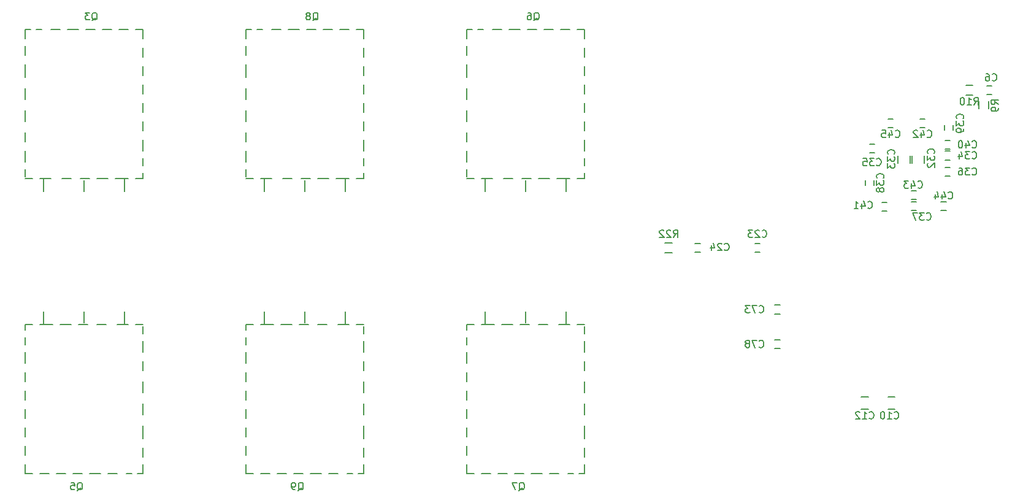
<source format=gbo>
G04 #@! TF.FileFunction,Legend,Bot*
%FSLAX46Y46*%
G04 Gerber Fmt 4.6, Leading zero omitted, Abs format (unit mm)*
G04 Created by KiCad (PCBNEW 4.0.5+dfsg1-4) date Tue Nov 14 05:57:46 2017*
%MOMM*%
%LPD*%
G01*
G04 APERTURE LIST*
%ADD10C,0.100000*%
%ADD11C,0.150000*%
G04 APERTURE END LIST*
D10*
D11*
X181650000Y-47350000D02*
X182350000Y-47350000D01*
X182350000Y-46150000D02*
X181650000Y-46150000D01*
X150350000Y-67900000D02*
X149650000Y-67900000D01*
X149650000Y-69100000D02*
X150350000Y-69100000D01*
X141400000Y-69100000D02*
X142100000Y-69100000D01*
X142100000Y-67900000D02*
X141400000Y-67900000D01*
X164900000Y-59150000D02*
X164900000Y-59850000D01*
X166100000Y-59850000D02*
X166100000Y-59150000D01*
X175800000Y-51550000D02*
X175800000Y-52250000D01*
X177000000Y-52250000D02*
X177000000Y-51550000D01*
X176600000Y-53650000D02*
X175900000Y-53650000D01*
X175900000Y-54850000D02*
X176600000Y-54850000D01*
X167850000Y-62200000D02*
X167150000Y-62200000D01*
X167150000Y-63400000D02*
X167850000Y-63400000D01*
X172450000Y-51900000D02*
X173150000Y-51900000D01*
X173150000Y-50700000D02*
X172450000Y-50700000D01*
X171950000Y-60600000D02*
X171250000Y-60600000D01*
X171250000Y-61800000D02*
X171950000Y-61800000D01*
X176050000Y-62100000D02*
X175350000Y-62100000D01*
X175350000Y-63300000D02*
X176050000Y-63300000D01*
X168050000Y-51900000D02*
X168750000Y-51900000D01*
X168750000Y-50700000D02*
X168050000Y-50700000D01*
X180575000Y-48250000D02*
X180575000Y-49250000D01*
X181925000Y-49250000D02*
X181925000Y-48250000D01*
X178750000Y-47425000D02*
X179750000Y-47425000D01*
X179750000Y-46075000D02*
X178750000Y-46075000D01*
X137250000Y-69175000D02*
X138250000Y-69175000D01*
X138250000Y-67825000D02*
X137250000Y-67825000D01*
X176600000Y-55150000D02*
X175900000Y-55150000D01*
X175900000Y-56350000D02*
X176600000Y-56350000D01*
X165450000Y-55400000D02*
X166150000Y-55400000D01*
X166150000Y-54200000D02*
X165450000Y-54200000D01*
X176600000Y-57400000D02*
X175900000Y-57400000D01*
X175900000Y-58600000D02*
X176600000Y-58600000D01*
X171950000Y-62100000D02*
X171250000Y-62100000D01*
X171250000Y-63300000D02*
X171950000Y-63300000D01*
X153100000Y-76400000D02*
X152400000Y-76400000D01*
X152400000Y-77600000D02*
X153100000Y-77600000D01*
X153100000Y-81150000D02*
X152400000Y-81150000D01*
X152400000Y-82350000D02*
X153100000Y-82350000D01*
X165300000Y-90750000D02*
X164300000Y-90750000D01*
X164300000Y-89050000D02*
X165300000Y-89050000D01*
X173050000Y-55800000D02*
X173050000Y-56800000D01*
X171350000Y-56800000D02*
X171350000Y-55800000D01*
X171050000Y-55800000D02*
X171050000Y-56800000D01*
X169350000Y-56800000D02*
X169350000Y-55800000D01*
X168000000Y-89050000D02*
X169000000Y-89050000D01*
X169000000Y-90750000D02*
X168000000Y-90750000D01*
X93088000Y-60698000D02*
X93088000Y-58920000D01*
X81912000Y-60698000D02*
X81912000Y-58920000D01*
X87500000Y-60698000D02*
X87500000Y-59174000D01*
X95628000Y-58158000D02*
X95628000Y-58920000D01*
X95628000Y-56126000D02*
X95628000Y-57142000D01*
X95628000Y-57142000D02*
X95628000Y-56888000D01*
X95628000Y-53586000D02*
X95628000Y-54856000D01*
X95628000Y-54856000D02*
X95628000Y-55110000D01*
X95628000Y-51046000D02*
X95628000Y-52316000D01*
X95628000Y-48506000D02*
X95628000Y-49776000D01*
X95628000Y-45966000D02*
X95628000Y-47236000D01*
X95628000Y-43426000D02*
X95628000Y-44696000D01*
X95628000Y-40886000D02*
X95628000Y-42156000D01*
X95628000Y-38346000D02*
X95628000Y-39616000D01*
X79372000Y-57650000D02*
X79372000Y-58666000D01*
X79372000Y-55110000D02*
X79372000Y-56380000D01*
X79372000Y-56380000D02*
X79372000Y-56634000D01*
X79372000Y-52570000D02*
X79372000Y-53840000D01*
X79372000Y-49522000D02*
X79372000Y-51046000D01*
X79372000Y-46474000D02*
X79372000Y-47998000D01*
X79372000Y-43172000D02*
X79372000Y-44950000D01*
X79372000Y-40632000D02*
X79372000Y-41902000D01*
X79372000Y-38346000D02*
X79372000Y-39362000D01*
X79372000Y-39362000D02*
X79372000Y-39616000D01*
X80134000Y-38346000D02*
X79372000Y-38346000D01*
X81658000Y-38346000D02*
X80896000Y-38346000D01*
X84198000Y-38346000D02*
X82928000Y-38346000D01*
X86738000Y-38346000D02*
X85214000Y-38346000D01*
X89024000Y-38346000D02*
X87754000Y-38346000D01*
X91310000Y-38346000D02*
X90040000Y-38346000D01*
X93596000Y-38346000D02*
X92326000Y-38346000D01*
X95628000Y-38346000D02*
X94612000Y-38346000D01*
X81404000Y-58920000D02*
X82928000Y-58920000D01*
X82928000Y-58920000D02*
X82674000Y-58920000D01*
X79372000Y-58920000D02*
X80134000Y-58920000D01*
X80134000Y-58920000D02*
X80388000Y-58920000D01*
X85722000Y-58920000D02*
X84452000Y-58920000D01*
X88262000Y-58920000D02*
X86992000Y-58920000D01*
X90802000Y-58920000D02*
X89278000Y-58920000D01*
X93596000Y-58920000D02*
X92326000Y-58920000D01*
X92326000Y-58920000D02*
X92072000Y-58920000D01*
X92072000Y-58920000D02*
X91818000Y-58920000D01*
X95628000Y-58920000D02*
X94866000Y-58920000D01*
X94866000Y-58920000D02*
X94612000Y-58920000D01*
X62588000Y-60698000D02*
X62588000Y-58920000D01*
X51412000Y-60698000D02*
X51412000Y-58920000D01*
X57000000Y-60698000D02*
X57000000Y-59174000D01*
X65128000Y-58158000D02*
X65128000Y-58920000D01*
X65128000Y-56126000D02*
X65128000Y-57142000D01*
X65128000Y-57142000D02*
X65128000Y-56888000D01*
X65128000Y-53586000D02*
X65128000Y-54856000D01*
X65128000Y-54856000D02*
X65128000Y-55110000D01*
X65128000Y-51046000D02*
X65128000Y-52316000D01*
X65128000Y-48506000D02*
X65128000Y-49776000D01*
X65128000Y-45966000D02*
X65128000Y-47236000D01*
X65128000Y-43426000D02*
X65128000Y-44696000D01*
X65128000Y-40886000D02*
X65128000Y-42156000D01*
X65128000Y-38346000D02*
X65128000Y-39616000D01*
X48872000Y-57650000D02*
X48872000Y-58666000D01*
X48872000Y-55110000D02*
X48872000Y-56380000D01*
X48872000Y-56380000D02*
X48872000Y-56634000D01*
X48872000Y-52570000D02*
X48872000Y-53840000D01*
X48872000Y-49522000D02*
X48872000Y-51046000D01*
X48872000Y-46474000D02*
X48872000Y-47998000D01*
X48872000Y-43172000D02*
X48872000Y-44950000D01*
X48872000Y-40632000D02*
X48872000Y-41902000D01*
X48872000Y-38346000D02*
X48872000Y-39362000D01*
X48872000Y-39362000D02*
X48872000Y-39616000D01*
X49634000Y-38346000D02*
X48872000Y-38346000D01*
X51158000Y-38346000D02*
X50396000Y-38346000D01*
X53698000Y-38346000D02*
X52428000Y-38346000D01*
X56238000Y-38346000D02*
X54714000Y-38346000D01*
X58524000Y-38346000D02*
X57254000Y-38346000D01*
X60810000Y-38346000D02*
X59540000Y-38346000D01*
X63096000Y-38346000D02*
X61826000Y-38346000D01*
X65128000Y-38346000D02*
X64112000Y-38346000D01*
X50904000Y-58920000D02*
X52428000Y-58920000D01*
X52428000Y-58920000D02*
X52174000Y-58920000D01*
X48872000Y-58920000D02*
X49634000Y-58920000D01*
X49634000Y-58920000D02*
X49888000Y-58920000D01*
X55222000Y-58920000D02*
X53952000Y-58920000D01*
X57762000Y-58920000D02*
X56492000Y-58920000D01*
X60302000Y-58920000D02*
X58778000Y-58920000D01*
X63096000Y-58920000D02*
X61826000Y-58920000D01*
X61826000Y-58920000D02*
X61572000Y-58920000D01*
X61572000Y-58920000D02*
X61318000Y-58920000D01*
X65128000Y-58920000D02*
X64366000Y-58920000D01*
X64366000Y-58920000D02*
X64112000Y-58920000D01*
X123588000Y-60698000D02*
X123588000Y-58920000D01*
X112412000Y-60698000D02*
X112412000Y-58920000D01*
X118000000Y-60698000D02*
X118000000Y-59174000D01*
X126128000Y-58158000D02*
X126128000Y-58920000D01*
X126128000Y-56126000D02*
X126128000Y-57142000D01*
X126128000Y-57142000D02*
X126128000Y-56888000D01*
X126128000Y-53586000D02*
X126128000Y-54856000D01*
X126128000Y-54856000D02*
X126128000Y-55110000D01*
X126128000Y-51046000D02*
X126128000Y-52316000D01*
X126128000Y-48506000D02*
X126128000Y-49776000D01*
X126128000Y-45966000D02*
X126128000Y-47236000D01*
X126128000Y-43426000D02*
X126128000Y-44696000D01*
X126128000Y-40886000D02*
X126128000Y-42156000D01*
X126128000Y-38346000D02*
X126128000Y-39616000D01*
X109872000Y-57650000D02*
X109872000Y-58666000D01*
X109872000Y-55110000D02*
X109872000Y-56380000D01*
X109872000Y-56380000D02*
X109872000Y-56634000D01*
X109872000Y-52570000D02*
X109872000Y-53840000D01*
X109872000Y-49522000D02*
X109872000Y-51046000D01*
X109872000Y-46474000D02*
X109872000Y-47998000D01*
X109872000Y-43172000D02*
X109872000Y-44950000D01*
X109872000Y-40632000D02*
X109872000Y-41902000D01*
X109872000Y-38346000D02*
X109872000Y-39362000D01*
X109872000Y-39362000D02*
X109872000Y-39616000D01*
X110634000Y-38346000D02*
X109872000Y-38346000D01*
X112158000Y-38346000D02*
X111396000Y-38346000D01*
X114698000Y-38346000D02*
X113428000Y-38346000D01*
X117238000Y-38346000D02*
X115714000Y-38346000D01*
X119524000Y-38346000D02*
X118254000Y-38346000D01*
X121810000Y-38346000D02*
X120540000Y-38346000D01*
X124096000Y-38346000D02*
X122826000Y-38346000D01*
X126128000Y-38346000D02*
X125112000Y-38346000D01*
X111904000Y-58920000D02*
X113428000Y-58920000D01*
X113428000Y-58920000D02*
X113174000Y-58920000D01*
X109872000Y-58920000D02*
X110634000Y-58920000D01*
X110634000Y-58920000D02*
X110888000Y-58920000D01*
X116222000Y-58920000D02*
X114952000Y-58920000D01*
X118762000Y-58920000D02*
X117492000Y-58920000D01*
X121302000Y-58920000D02*
X119778000Y-58920000D01*
X124096000Y-58920000D02*
X122826000Y-58920000D01*
X122826000Y-58920000D02*
X122572000Y-58920000D01*
X122572000Y-58920000D02*
X122318000Y-58920000D01*
X126128000Y-58920000D02*
X125366000Y-58920000D01*
X125366000Y-58920000D02*
X125112000Y-58920000D01*
X112412000Y-77302000D02*
X112412000Y-79080000D01*
X123588000Y-77302000D02*
X123588000Y-79080000D01*
X118000000Y-77302000D02*
X118000000Y-78826000D01*
X109872000Y-79842000D02*
X109872000Y-79080000D01*
X109872000Y-81874000D02*
X109872000Y-80858000D01*
X109872000Y-80858000D02*
X109872000Y-81112000D01*
X109872000Y-84414000D02*
X109872000Y-83144000D01*
X109872000Y-83144000D02*
X109872000Y-82890000D01*
X109872000Y-86954000D02*
X109872000Y-85684000D01*
X109872000Y-89494000D02*
X109872000Y-88224000D01*
X109872000Y-92034000D02*
X109872000Y-90764000D01*
X109872000Y-94574000D02*
X109872000Y-93304000D01*
X109872000Y-97114000D02*
X109872000Y-95844000D01*
X109872000Y-99654000D02*
X109872000Y-98384000D01*
X126128000Y-80350000D02*
X126128000Y-79334000D01*
X126128000Y-82890000D02*
X126128000Y-81620000D01*
X126128000Y-81620000D02*
X126128000Y-81366000D01*
X126128000Y-85430000D02*
X126128000Y-84160000D01*
X126128000Y-88478000D02*
X126128000Y-86954000D01*
X126128000Y-91526000D02*
X126128000Y-90002000D01*
X126128000Y-94828000D02*
X126128000Y-93050000D01*
X126128000Y-97368000D02*
X126128000Y-96098000D01*
X126128000Y-99654000D02*
X126128000Y-98638000D01*
X126128000Y-98638000D02*
X126128000Y-98384000D01*
X125366000Y-99654000D02*
X126128000Y-99654000D01*
X123842000Y-99654000D02*
X124604000Y-99654000D01*
X121302000Y-99654000D02*
X122572000Y-99654000D01*
X118762000Y-99654000D02*
X120286000Y-99654000D01*
X116476000Y-99654000D02*
X117746000Y-99654000D01*
X114190000Y-99654000D02*
X115460000Y-99654000D01*
X111904000Y-99654000D02*
X113174000Y-99654000D01*
X109872000Y-99654000D02*
X110888000Y-99654000D01*
X124096000Y-79080000D02*
X122572000Y-79080000D01*
X122572000Y-79080000D02*
X122826000Y-79080000D01*
X126128000Y-79080000D02*
X125366000Y-79080000D01*
X125366000Y-79080000D02*
X125112000Y-79080000D01*
X119778000Y-79080000D02*
X121048000Y-79080000D01*
X117238000Y-79080000D02*
X118508000Y-79080000D01*
X114698000Y-79080000D02*
X116222000Y-79080000D01*
X111904000Y-79080000D02*
X113174000Y-79080000D01*
X113174000Y-79080000D02*
X113428000Y-79080000D01*
X113428000Y-79080000D02*
X113682000Y-79080000D01*
X109872000Y-79080000D02*
X110634000Y-79080000D01*
X110634000Y-79080000D02*
X110888000Y-79080000D01*
X81912000Y-77302000D02*
X81912000Y-79080000D01*
X93088000Y-77302000D02*
X93088000Y-79080000D01*
X87500000Y-77302000D02*
X87500000Y-78826000D01*
X79372000Y-79842000D02*
X79372000Y-79080000D01*
X79372000Y-81874000D02*
X79372000Y-80858000D01*
X79372000Y-80858000D02*
X79372000Y-81112000D01*
X79372000Y-84414000D02*
X79372000Y-83144000D01*
X79372000Y-83144000D02*
X79372000Y-82890000D01*
X79372000Y-86954000D02*
X79372000Y-85684000D01*
X79372000Y-89494000D02*
X79372000Y-88224000D01*
X79372000Y-92034000D02*
X79372000Y-90764000D01*
X79372000Y-94574000D02*
X79372000Y-93304000D01*
X79372000Y-97114000D02*
X79372000Y-95844000D01*
X79372000Y-99654000D02*
X79372000Y-98384000D01*
X95628000Y-80350000D02*
X95628000Y-79334000D01*
X95628000Y-82890000D02*
X95628000Y-81620000D01*
X95628000Y-81620000D02*
X95628000Y-81366000D01*
X95628000Y-85430000D02*
X95628000Y-84160000D01*
X95628000Y-88478000D02*
X95628000Y-86954000D01*
X95628000Y-91526000D02*
X95628000Y-90002000D01*
X95628000Y-94828000D02*
X95628000Y-93050000D01*
X95628000Y-97368000D02*
X95628000Y-96098000D01*
X95628000Y-99654000D02*
X95628000Y-98638000D01*
X95628000Y-98638000D02*
X95628000Y-98384000D01*
X94866000Y-99654000D02*
X95628000Y-99654000D01*
X93342000Y-99654000D02*
X94104000Y-99654000D01*
X90802000Y-99654000D02*
X92072000Y-99654000D01*
X88262000Y-99654000D02*
X89786000Y-99654000D01*
X85976000Y-99654000D02*
X87246000Y-99654000D01*
X83690000Y-99654000D02*
X84960000Y-99654000D01*
X81404000Y-99654000D02*
X82674000Y-99654000D01*
X79372000Y-99654000D02*
X80388000Y-99654000D01*
X93596000Y-79080000D02*
X92072000Y-79080000D01*
X92072000Y-79080000D02*
X92326000Y-79080000D01*
X95628000Y-79080000D02*
X94866000Y-79080000D01*
X94866000Y-79080000D02*
X94612000Y-79080000D01*
X89278000Y-79080000D02*
X90548000Y-79080000D01*
X86738000Y-79080000D02*
X88008000Y-79080000D01*
X84198000Y-79080000D02*
X85722000Y-79080000D01*
X81404000Y-79080000D02*
X82674000Y-79080000D01*
X82674000Y-79080000D02*
X82928000Y-79080000D01*
X82928000Y-79080000D02*
X83182000Y-79080000D01*
X79372000Y-79080000D02*
X80134000Y-79080000D01*
X80134000Y-79080000D02*
X80388000Y-79080000D01*
X51412000Y-77302000D02*
X51412000Y-79080000D01*
X62588000Y-77302000D02*
X62588000Y-79080000D01*
X57000000Y-77302000D02*
X57000000Y-78826000D01*
X48872000Y-79842000D02*
X48872000Y-79080000D01*
X48872000Y-81874000D02*
X48872000Y-80858000D01*
X48872000Y-80858000D02*
X48872000Y-81112000D01*
X48872000Y-84414000D02*
X48872000Y-83144000D01*
X48872000Y-83144000D02*
X48872000Y-82890000D01*
X48872000Y-86954000D02*
X48872000Y-85684000D01*
X48872000Y-89494000D02*
X48872000Y-88224000D01*
X48872000Y-92034000D02*
X48872000Y-90764000D01*
X48872000Y-94574000D02*
X48872000Y-93304000D01*
X48872000Y-97114000D02*
X48872000Y-95844000D01*
X48872000Y-99654000D02*
X48872000Y-98384000D01*
X65128000Y-80350000D02*
X65128000Y-79334000D01*
X65128000Y-82890000D02*
X65128000Y-81620000D01*
X65128000Y-81620000D02*
X65128000Y-81366000D01*
X65128000Y-85430000D02*
X65128000Y-84160000D01*
X65128000Y-88478000D02*
X65128000Y-86954000D01*
X65128000Y-91526000D02*
X65128000Y-90002000D01*
X65128000Y-94828000D02*
X65128000Y-93050000D01*
X65128000Y-97368000D02*
X65128000Y-96098000D01*
X65128000Y-99654000D02*
X65128000Y-98638000D01*
X65128000Y-98638000D02*
X65128000Y-98384000D01*
X64366000Y-99654000D02*
X65128000Y-99654000D01*
X62842000Y-99654000D02*
X63604000Y-99654000D01*
X60302000Y-99654000D02*
X61572000Y-99654000D01*
X57762000Y-99654000D02*
X59286000Y-99654000D01*
X55476000Y-99654000D02*
X56746000Y-99654000D01*
X53190000Y-99654000D02*
X54460000Y-99654000D01*
X50904000Y-99654000D02*
X52174000Y-99654000D01*
X48872000Y-99654000D02*
X49888000Y-99654000D01*
X63096000Y-79080000D02*
X61572000Y-79080000D01*
X61572000Y-79080000D02*
X61826000Y-79080000D01*
X65128000Y-79080000D02*
X64366000Y-79080000D01*
X64366000Y-79080000D02*
X64112000Y-79080000D01*
X58778000Y-79080000D02*
X60048000Y-79080000D01*
X56238000Y-79080000D02*
X57508000Y-79080000D01*
X53698000Y-79080000D02*
X55222000Y-79080000D01*
X50904000Y-79080000D02*
X52174000Y-79080000D01*
X52174000Y-79080000D02*
X52428000Y-79080000D01*
X52428000Y-79080000D02*
X52682000Y-79080000D01*
X48872000Y-79080000D02*
X49634000Y-79080000D01*
X49634000Y-79080000D02*
X49888000Y-79080000D01*
X182416666Y-45357143D02*
X182464285Y-45404762D01*
X182607142Y-45452381D01*
X182702380Y-45452381D01*
X182845238Y-45404762D01*
X182940476Y-45309524D01*
X182988095Y-45214286D01*
X183035714Y-45023810D01*
X183035714Y-44880952D01*
X182988095Y-44690476D01*
X182940476Y-44595238D01*
X182845238Y-44500000D01*
X182702380Y-44452381D01*
X182607142Y-44452381D01*
X182464285Y-44500000D01*
X182416666Y-44547619D01*
X181559523Y-44452381D02*
X181750000Y-44452381D01*
X181845238Y-44500000D01*
X181892857Y-44547619D01*
X181988095Y-44690476D01*
X182035714Y-44880952D01*
X182035714Y-45261905D01*
X181988095Y-45357143D01*
X181940476Y-45404762D01*
X181845238Y-45452381D01*
X181654761Y-45452381D01*
X181559523Y-45404762D01*
X181511904Y-45357143D01*
X181464285Y-45261905D01*
X181464285Y-45023810D01*
X181511904Y-44928571D01*
X181559523Y-44880952D01*
X181654761Y-44833333D01*
X181845238Y-44833333D01*
X181940476Y-44880952D01*
X181988095Y-44928571D01*
X182035714Y-45023810D01*
X150642857Y-66957143D02*
X150690476Y-67004762D01*
X150833333Y-67052381D01*
X150928571Y-67052381D01*
X151071429Y-67004762D01*
X151166667Y-66909524D01*
X151214286Y-66814286D01*
X151261905Y-66623810D01*
X151261905Y-66480952D01*
X151214286Y-66290476D01*
X151166667Y-66195238D01*
X151071429Y-66100000D01*
X150928571Y-66052381D01*
X150833333Y-66052381D01*
X150690476Y-66100000D01*
X150642857Y-66147619D01*
X150261905Y-66147619D02*
X150214286Y-66100000D01*
X150119048Y-66052381D01*
X149880952Y-66052381D01*
X149785714Y-66100000D01*
X149738095Y-66147619D01*
X149690476Y-66242857D01*
X149690476Y-66338095D01*
X149738095Y-66480952D01*
X150309524Y-67052381D01*
X149690476Y-67052381D01*
X149357143Y-66052381D02*
X148738095Y-66052381D01*
X149071429Y-66433333D01*
X148928571Y-66433333D01*
X148833333Y-66480952D01*
X148785714Y-66528571D01*
X148738095Y-66623810D01*
X148738095Y-66861905D01*
X148785714Y-66957143D01*
X148833333Y-67004762D01*
X148928571Y-67052381D01*
X149214286Y-67052381D01*
X149309524Y-67004762D01*
X149357143Y-66957143D01*
X145442857Y-68757143D02*
X145490476Y-68804762D01*
X145633333Y-68852381D01*
X145728571Y-68852381D01*
X145871429Y-68804762D01*
X145966667Y-68709524D01*
X146014286Y-68614286D01*
X146061905Y-68423810D01*
X146061905Y-68280952D01*
X146014286Y-68090476D01*
X145966667Y-67995238D01*
X145871429Y-67900000D01*
X145728571Y-67852381D01*
X145633333Y-67852381D01*
X145490476Y-67900000D01*
X145442857Y-67947619D01*
X145061905Y-67947619D02*
X145014286Y-67900000D01*
X144919048Y-67852381D01*
X144680952Y-67852381D01*
X144585714Y-67900000D01*
X144538095Y-67947619D01*
X144490476Y-68042857D01*
X144490476Y-68138095D01*
X144538095Y-68280952D01*
X145109524Y-68852381D01*
X144490476Y-68852381D01*
X143633333Y-68185714D02*
X143633333Y-68852381D01*
X143871429Y-67804762D02*
X144109524Y-68519048D01*
X143490476Y-68519048D01*
X167357143Y-58857143D02*
X167404762Y-58809524D01*
X167452381Y-58666667D01*
X167452381Y-58571429D01*
X167404762Y-58428571D01*
X167309524Y-58333333D01*
X167214286Y-58285714D01*
X167023810Y-58238095D01*
X166880952Y-58238095D01*
X166690476Y-58285714D01*
X166595238Y-58333333D01*
X166500000Y-58428571D01*
X166452381Y-58571429D01*
X166452381Y-58666667D01*
X166500000Y-58809524D01*
X166547619Y-58857143D01*
X166452381Y-59190476D02*
X166452381Y-59809524D01*
X166833333Y-59476190D01*
X166833333Y-59619048D01*
X166880952Y-59714286D01*
X166928571Y-59761905D01*
X167023810Y-59809524D01*
X167261905Y-59809524D01*
X167357143Y-59761905D01*
X167404762Y-59714286D01*
X167452381Y-59619048D01*
X167452381Y-59333333D01*
X167404762Y-59238095D01*
X167357143Y-59190476D01*
X166880952Y-60380952D02*
X166833333Y-60285714D01*
X166785714Y-60238095D01*
X166690476Y-60190476D01*
X166642857Y-60190476D01*
X166547619Y-60238095D01*
X166500000Y-60285714D01*
X166452381Y-60380952D01*
X166452381Y-60571429D01*
X166500000Y-60666667D01*
X166547619Y-60714286D01*
X166642857Y-60761905D01*
X166690476Y-60761905D01*
X166785714Y-60714286D01*
X166833333Y-60666667D01*
X166880952Y-60571429D01*
X166880952Y-60380952D01*
X166928571Y-60285714D01*
X166976190Y-60238095D01*
X167071429Y-60190476D01*
X167261905Y-60190476D01*
X167357143Y-60238095D01*
X167404762Y-60285714D01*
X167452381Y-60380952D01*
X167452381Y-60571429D01*
X167404762Y-60666667D01*
X167357143Y-60714286D01*
X167261905Y-60761905D01*
X167071429Y-60761905D01*
X166976190Y-60714286D01*
X166928571Y-60666667D01*
X166880952Y-60571429D01*
X178357143Y-50657143D02*
X178404762Y-50609524D01*
X178452381Y-50466667D01*
X178452381Y-50371429D01*
X178404762Y-50228571D01*
X178309524Y-50133333D01*
X178214286Y-50085714D01*
X178023810Y-50038095D01*
X177880952Y-50038095D01*
X177690476Y-50085714D01*
X177595238Y-50133333D01*
X177500000Y-50228571D01*
X177452381Y-50371429D01*
X177452381Y-50466667D01*
X177500000Y-50609524D01*
X177547619Y-50657143D01*
X177452381Y-50990476D02*
X177452381Y-51609524D01*
X177833333Y-51276190D01*
X177833333Y-51419048D01*
X177880952Y-51514286D01*
X177928571Y-51561905D01*
X178023810Y-51609524D01*
X178261905Y-51609524D01*
X178357143Y-51561905D01*
X178404762Y-51514286D01*
X178452381Y-51419048D01*
X178452381Y-51133333D01*
X178404762Y-51038095D01*
X178357143Y-50990476D01*
X178452381Y-52085714D02*
X178452381Y-52276190D01*
X178404762Y-52371429D01*
X178357143Y-52419048D01*
X178214286Y-52514286D01*
X178023810Y-52561905D01*
X177642857Y-52561905D01*
X177547619Y-52514286D01*
X177500000Y-52466667D01*
X177452381Y-52371429D01*
X177452381Y-52180952D01*
X177500000Y-52085714D01*
X177547619Y-52038095D01*
X177642857Y-51990476D01*
X177880952Y-51990476D01*
X177976190Y-52038095D01*
X178023810Y-52085714D01*
X178071429Y-52180952D01*
X178071429Y-52371429D01*
X178023810Y-52466667D01*
X177976190Y-52514286D01*
X177880952Y-52561905D01*
X179642857Y-54607143D02*
X179690476Y-54654762D01*
X179833333Y-54702381D01*
X179928571Y-54702381D01*
X180071429Y-54654762D01*
X180166667Y-54559524D01*
X180214286Y-54464286D01*
X180261905Y-54273810D01*
X180261905Y-54130952D01*
X180214286Y-53940476D01*
X180166667Y-53845238D01*
X180071429Y-53750000D01*
X179928571Y-53702381D01*
X179833333Y-53702381D01*
X179690476Y-53750000D01*
X179642857Y-53797619D01*
X178785714Y-54035714D02*
X178785714Y-54702381D01*
X179023810Y-53654762D02*
X179261905Y-54369048D01*
X178642857Y-54369048D01*
X178071429Y-53702381D02*
X177976190Y-53702381D01*
X177880952Y-53750000D01*
X177833333Y-53797619D01*
X177785714Y-53892857D01*
X177738095Y-54083333D01*
X177738095Y-54321429D01*
X177785714Y-54511905D01*
X177833333Y-54607143D01*
X177880952Y-54654762D01*
X177976190Y-54702381D01*
X178071429Y-54702381D01*
X178166667Y-54654762D01*
X178214286Y-54607143D01*
X178261905Y-54511905D01*
X178309524Y-54321429D01*
X178309524Y-54083333D01*
X178261905Y-53892857D01*
X178214286Y-53797619D01*
X178166667Y-53750000D01*
X178071429Y-53702381D01*
X165242857Y-62957143D02*
X165290476Y-63004762D01*
X165433333Y-63052381D01*
X165528571Y-63052381D01*
X165671429Y-63004762D01*
X165766667Y-62909524D01*
X165814286Y-62814286D01*
X165861905Y-62623810D01*
X165861905Y-62480952D01*
X165814286Y-62290476D01*
X165766667Y-62195238D01*
X165671429Y-62100000D01*
X165528571Y-62052381D01*
X165433333Y-62052381D01*
X165290476Y-62100000D01*
X165242857Y-62147619D01*
X164385714Y-62385714D02*
X164385714Y-63052381D01*
X164623810Y-62004762D02*
X164861905Y-62719048D01*
X164242857Y-62719048D01*
X163338095Y-63052381D02*
X163909524Y-63052381D01*
X163623810Y-63052381D02*
X163623810Y-62052381D01*
X163719048Y-62195238D01*
X163814286Y-62290476D01*
X163909524Y-62338095D01*
X173442857Y-53157143D02*
X173490476Y-53204762D01*
X173633333Y-53252381D01*
X173728571Y-53252381D01*
X173871429Y-53204762D01*
X173966667Y-53109524D01*
X174014286Y-53014286D01*
X174061905Y-52823810D01*
X174061905Y-52680952D01*
X174014286Y-52490476D01*
X173966667Y-52395238D01*
X173871429Y-52300000D01*
X173728571Y-52252381D01*
X173633333Y-52252381D01*
X173490476Y-52300000D01*
X173442857Y-52347619D01*
X172585714Y-52585714D02*
X172585714Y-53252381D01*
X172823810Y-52204762D02*
X173061905Y-52919048D01*
X172442857Y-52919048D01*
X172109524Y-52347619D02*
X172061905Y-52300000D01*
X171966667Y-52252381D01*
X171728571Y-52252381D01*
X171633333Y-52300000D01*
X171585714Y-52347619D01*
X171538095Y-52442857D01*
X171538095Y-52538095D01*
X171585714Y-52680952D01*
X172157143Y-53252381D01*
X171538095Y-53252381D01*
X172142857Y-60157143D02*
X172190476Y-60204762D01*
X172333333Y-60252381D01*
X172428571Y-60252381D01*
X172571429Y-60204762D01*
X172666667Y-60109524D01*
X172714286Y-60014286D01*
X172761905Y-59823810D01*
X172761905Y-59680952D01*
X172714286Y-59490476D01*
X172666667Y-59395238D01*
X172571429Y-59300000D01*
X172428571Y-59252381D01*
X172333333Y-59252381D01*
X172190476Y-59300000D01*
X172142857Y-59347619D01*
X171285714Y-59585714D02*
X171285714Y-60252381D01*
X171523810Y-59204762D02*
X171761905Y-59919048D01*
X171142857Y-59919048D01*
X170857143Y-59252381D02*
X170238095Y-59252381D01*
X170571429Y-59633333D01*
X170428571Y-59633333D01*
X170333333Y-59680952D01*
X170285714Y-59728571D01*
X170238095Y-59823810D01*
X170238095Y-60061905D01*
X170285714Y-60157143D01*
X170333333Y-60204762D01*
X170428571Y-60252381D01*
X170714286Y-60252381D01*
X170809524Y-60204762D01*
X170857143Y-60157143D01*
X176342857Y-61657143D02*
X176390476Y-61704762D01*
X176533333Y-61752381D01*
X176628571Y-61752381D01*
X176771429Y-61704762D01*
X176866667Y-61609524D01*
X176914286Y-61514286D01*
X176961905Y-61323810D01*
X176961905Y-61180952D01*
X176914286Y-60990476D01*
X176866667Y-60895238D01*
X176771429Y-60800000D01*
X176628571Y-60752381D01*
X176533333Y-60752381D01*
X176390476Y-60800000D01*
X176342857Y-60847619D01*
X175485714Y-61085714D02*
X175485714Y-61752381D01*
X175723810Y-60704762D02*
X175961905Y-61419048D01*
X175342857Y-61419048D01*
X174533333Y-61085714D02*
X174533333Y-61752381D01*
X174771429Y-60704762D02*
X175009524Y-61419048D01*
X174390476Y-61419048D01*
X169042857Y-53157143D02*
X169090476Y-53204762D01*
X169233333Y-53252381D01*
X169328571Y-53252381D01*
X169471429Y-53204762D01*
X169566667Y-53109524D01*
X169614286Y-53014286D01*
X169661905Y-52823810D01*
X169661905Y-52680952D01*
X169614286Y-52490476D01*
X169566667Y-52395238D01*
X169471429Y-52300000D01*
X169328571Y-52252381D01*
X169233333Y-52252381D01*
X169090476Y-52300000D01*
X169042857Y-52347619D01*
X168185714Y-52585714D02*
X168185714Y-53252381D01*
X168423810Y-52204762D02*
X168661905Y-52919048D01*
X168042857Y-52919048D01*
X167185714Y-52252381D02*
X167661905Y-52252381D01*
X167709524Y-52728571D01*
X167661905Y-52680952D01*
X167566667Y-52633333D01*
X167328571Y-52633333D01*
X167233333Y-52680952D01*
X167185714Y-52728571D01*
X167138095Y-52823810D01*
X167138095Y-53061905D01*
X167185714Y-53157143D01*
X167233333Y-53204762D01*
X167328571Y-53252381D01*
X167566667Y-53252381D01*
X167661905Y-53204762D01*
X167709524Y-53157143D01*
X183252381Y-48683334D02*
X182776190Y-48350000D01*
X183252381Y-48111905D02*
X182252381Y-48111905D01*
X182252381Y-48492858D01*
X182300000Y-48588096D01*
X182347619Y-48635715D01*
X182442857Y-48683334D01*
X182585714Y-48683334D01*
X182680952Y-48635715D01*
X182728571Y-48588096D01*
X182776190Y-48492858D01*
X182776190Y-48111905D01*
X183252381Y-49159524D02*
X183252381Y-49350000D01*
X183204762Y-49445239D01*
X183157143Y-49492858D01*
X183014286Y-49588096D01*
X182823810Y-49635715D01*
X182442857Y-49635715D01*
X182347619Y-49588096D01*
X182300000Y-49540477D01*
X182252381Y-49445239D01*
X182252381Y-49254762D01*
X182300000Y-49159524D01*
X182347619Y-49111905D01*
X182442857Y-49064286D01*
X182680952Y-49064286D01*
X182776190Y-49111905D01*
X182823810Y-49159524D01*
X182871429Y-49254762D01*
X182871429Y-49445239D01*
X182823810Y-49540477D01*
X182776190Y-49588096D01*
X182680952Y-49635715D01*
X179892857Y-48752381D02*
X180226191Y-48276190D01*
X180464286Y-48752381D02*
X180464286Y-47752381D01*
X180083333Y-47752381D01*
X179988095Y-47800000D01*
X179940476Y-47847619D01*
X179892857Y-47942857D01*
X179892857Y-48085714D01*
X179940476Y-48180952D01*
X179988095Y-48228571D01*
X180083333Y-48276190D01*
X180464286Y-48276190D01*
X178940476Y-48752381D02*
X179511905Y-48752381D01*
X179226191Y-48752381D02*
X179226191Y-47752381D01*
X179321429Y-47895238D01*
X179416667Y-47990476D01*
X179511905Y-48038095D01*
X178321429Y-47752381D02*
X178226190Y-47752381D01*
X178130952Y-47800000D01*
X178083333Y-47847619D01*
X178035714Y-47942857D01*
X177988095Y-48133333D01*
X177988095Y-48371429D01*
X178035714Y-48561905D01*
X178083333Y-48657143D01*
X178130952Y-48704762D01*
X178226190Y-48752381D01*
X178321429Y-48752381D01*
X178416667Y-48704762D01*
X178464286Y-48657143D01*
X178511905Y-48561905D01*
X178559524Y-48371429D01*
X178559524Y-48133333D01*
X178511905Y-47942857D01*
X178464286Y-47847619D01*
X178416667Y-47800000D01*
X178321429Y-47752381D01*
X138392857Y-67052381D02*
X138726191Y-66576190D01*
X138964286Y-67052381D02*
X138964286Y-66052381D01*
X138583333Y-66052381D01*
X138488095Y-66100000D01*
X138440476Y-66147619D01*
X138392857Y-66242857D01*
X138392857Y-66385714D01*
X138440476Y-66480952D01*
X138488095Y-66528571D01*
X138583333Y-66576190D01*
X138964286Y-66576190D01*
X138011905Y-66147619D02*
X137964286Y-66100000D01*
X137869048Y-66052381D01*
X137630952Y-66052381D01*
X137535714Y-66100000D01*
X137488095Y-66147619D01*
X137440476Y-66242857D01*
X137440476Y-66338095D01*
X137488095Y-66480952D01*
X138059524Y-67052381D01*
X137440476Y-67052381D01*
X137059524Y-66147619D02*
X137011905Y-66100000D01*
X136916667Y-66052381D01*
X136678571Y-66052381D01*
X136583333Y-66100000D01*
X136535714Y-66147619D01*
X136488095Y-66242857D01*
X136488095Y-66338095D01*
X136535714Y-66480952D01*
X137107143Y-67052381D01*
X136488095Y-67052381D01*
X179642857Y-56107143D02*
X179690476Y-56154762D01*
X179833333Y-56202381D01*
X179928571Y-56202381D01*
X180071429Y-56154762D01*
X180166667Y-56059524D01*
X180214286Y-55964286D01*
X180261905Y-55773810D01*
X180261905Y-55630952D01*
X180214286Y-55440476D01*
X180166667Y-55345238D01*
X180071429Y-55250000D01*
X179928571Y-55202381D01*
X179833333Y-55202381D01*
X179690476Y-55250000D01*
X179642857Y-55297619D01*
X179309524Y-55202381D02*
X178690476Y-55202381D01*
X179023810Y-55583333D01*
X178880952Y-55583333D01*
X178785714Y-55630952D01*
X178738095Y-55678571D01*
X178690476Y-55773810D01*
X178690476Y-56011905D01*
X178738095Y-56107143D01*
X178785714Y-56154762D01*
X178880952Y-56202381D01*
X179166667Y-56202381D01*
X179261905Y-56154762D01*
X179309524Y-56107143D01*
X177833333Y-55535714D02*
X177833333Y-56202381D01*
X178071429Y-55154762D02*
X178309524Y-55869048D01*
X177690476Y-55869048D01*
X166442857Y-57057143D02*
X166490476Y-57104762D01*
X166633333Y-57152381D01*
X166728571Y-57152381D01*
X166871429Y-57104762D01*
X166966667Y-57009524D01*
X167014286Y-56914286D01*
X167061905Y-56723810D01*
X167061905Y-56580952D01*
X167014286Y-56390476D01*
X166966667Y-56295238D01*
X166871429Y-56200000D01*
X166728571Y-56152381D01*
X166633333Y-56152381D01*
X166490476Y-56200000D01*
X166442857Y-56247619D01*
X166109524Y-56152381D02*
X165490476Y-56152381D01*
X165823810Y-56533333D01*
X165680952Y-56533333D01*
X165585714Y-56580952D01*
X165538095Y-56628571D01*
X165490476Y-56723810D01*
X165490476Y-56961905D01*
X165538095Y-57057143D01*
X165585714Y-57104762D01*
X165680952Y-57152381D01*
X165966667Y-57152381D01*
X166061905Y-57104762D01*
X166109524Y-57057143D01*
X164585714Y-56152381D02*
X165061905Y-56152381D01*
X165109524Y-56628571D01*
X165061905Y-56580952D01*
X164966667Y-56533333D01*
X164728571Y-56533333D01*
X164633333Y-56580952D01*
X164585714Y-56628571D01*
X164538095Y-56723810D01*
X164538095Y-56961905D01*
X164585714Y-57057143D01*
X164633333Y-57104762D01*
X164728571Y-57152381D01*
X164966667Y-57152381D01*
X165061905Y-57104762D01*
X165109524Y-57057143D01*
X179642857Y-58357143D02*
X179690476Y-58404762D01*
X179833333Y-58452381D01*
X179928571Y-58452381D01*
X180071429Y-58404762D01*
X180166667Y-58309524D01*
X180214286Y-58214286D01*
X180261905Y-58023810D01*
X180261905Y-57880952D01*
X180214286Y-57690476D01*
X180166667Y-57595238D01*
X180071429Y-57500000D01*
X179928571Y-57452381D01*
X179833333Y-57452381D01*
X179690476Y-57500000D01*
X179642857Y-57547619D01*
X179309524Y-57452381D02*
X178690476Y-57452381D01*
X179023810Y-57833333D01*
X178880952Y-57833333D01*
X178785714Y-57880952D01*
X178738095Y-57928571D01*
X178690476Y-58023810D01*
X178690476Y-58261905D01*
X178738095Y-58357143D01*
X178785714Y-58404762D01*
X178880952Y-58452381D01*
X179166667Y-58452381D01*
X179261905Y-58404762D01*
X179309524Y-58357143D01*
X177833333Y-57452381D02*
X178023810Y-57452381D01*
X178119048Y-57500000D01*
X178166667Y-57547619D01*
X178261905Y-57690476D01*
X178309524Y-57880952D01*
X178309524Y-58261905D01*
X178261905Y-58357143D01*
X178214286Y-58404762D01*
X178119048Y-58452381D01*
X177928571Y-58452381D01*
X177833333Y-58404762D01*
X177785714Y-58357143D01*
X177738095Y-58261905D01*
X177738095Y-58023810D01*
X177785714Y-57928571D01*
X177833333Y-57880952D01*
X177928571Y-57833333D01*
X178119048Y-57833333D01*
X178214286Y-57880952D01*
X178261905Y-57928571D01*
X178309524Y-58023810D01*
X173342857Y-64557143D02*
X173390476Y-64604762D01*
X173533333Y-64652381D01*
X173628571Y-64652381D01*
X173771429Y-64604762D01*
X173866667Y-64509524D01*
X173914286Y-64414286D01*
X173961905Y-64223810D01*
X173961905Y-64080952D01*
X173914286Y-63890476D01*
X173866667Y-63795238D01*
X173771429Y-63700000D01*
X173628571Y-63652381D01*
X173533333Y-63652381D01*
X173390476Y-63700000D01*
X173342857Y-63747619D01*
X173009524Y-63652381D02*
X172390476Y-63652381D01*
X172723810Y-64033333D01*
X172580952Y-64033333D01*
X172485714Y-64080952D01*
X172438095Y-64128571D01*
X172390476Y-64223810D01*
X172390476Y-64461905D01*
X172438095Y-64557143D01*
X172485714Y-64604762D01*
X172580952Y-64652381D01*
X172866667Y-64652381D01*
X172961905Y-64604762D01*
X173009524Y-64557143D01*
X172057143Y-63652381D02*
X171390476Y-63652381D01*
X171819048Y-64652381D01*
X150242857Y-77357143D02*
X150290476Y-77404762D01*
X150433333Y-77452381D01*
X150528571Y-77452381D01*
X150671429Y-77404762D01*
X150766667Y-77309524D01*
X150814286Y-77214286D01*
X150861905Y-77023810D01*
X150861905Y-76880952D01*
X150814286Y-76690476D01*
X150766667Y-76595238D01*
X150671429Y-76500000D01*
X150528571Y-76452381D01*
X150433333Y-76452381D01*
X150290476Y-76500000D01*
X150242857Y-76547619D01*
X149909524Y-76452381D02*
X149242857Y-76452381D01*
X149671429Y-77452381D01*
X148957143Y-76452381D02*
X148338095Y-76452381D01*
X148671429Y-76833333D01*
X148528571Y-76833333D01*
X148433333Y-76880952D01*
X148385714Y-76928571D01*
X148338095Y-77023810D01*
X148338095Y-77261905D01*
X148385714Y-77357143D01*
X148433333Y-77404762D01*
X148528571Y-77452381D01*
X148814286Y-77452381D01*
X148909524Y-77404762D01*
X148957143Y-77357143D01*
X150242857Y-82157143D02*
X150290476Y-82204762D01*
X150433333Y-82252381D01*
X150528571Y-82252381D01*
X150671429Y-82204762D01*
X150766667Y-82109524D01*
X150814286Y-82014286D01*
X150861905Y-81823810D01*
X150861905Y-81680952D01*
X150814286Y-81490476D01*
X150766667Y-81395238D01*
X150671429Y-81300000D01*
X150528571Y-81252381D01*
X150433333Y-81252381D01*
X150290476Y-81300000D01*
X150242857Y-81347619D01*
X149909524Y-81252381D02*
X149242857Y-81252381D01*
X149671429Y-82252381D01*
X148719048Y-81680952D02*
X148814286Y-81633333D01*
X148861905Y-81585714D01*
X148909524Y-81490476D01*
X148909524Y-81442857D01*
X148861905Y-81347619D01*
X148814286Y-81300000D01*
X148719048Y-81252381D01*
X148528571Y-81252381D01*
X148433333Y-81300000D01*
X148385714Y-81347619D01*
X148338095Y-81442857D01*
X148338095Y-81490476D01*
X148385714Y-81585714D01*
X148433333Y-81633333D01*
X148528571Y-81680952D01*
X148719048Y-81680952D01*
X148814286Y-81728571D01*
X148861905Y-81776190D01*
X148909524Y-81871429D01*
X148909524Y-82061905D01*
X148861905Y-82157143D01*
X148814286Y-82204762D01*
X148719048Y-82252381D01*
X148528571Y-82252381D01*
X148433333Y-82204762D01*
X148385714Y-82157143D01*
X148338095Y-82061905D01*
X148338095Y-81871429D01*
X148385714Y-81776190D01*
X148433333Y-81728571D01*
X148528571Y-81680952D01*
X165442857Y-92007143D02*
X165490476Y-92054762D01*
X165633333Y-92102381D01*
X165728571Y-92102381D01*
X165871429Y-92054762D01*
X165966667Y-91959524D01*
X166014286Y-91864286D01*
X166061905Y-91673810D01*
X166061905Y-91530952D01*
X166014286Y-91340476D01*
X165966667Y-91245238D01*
X165871429Y-91150000D01*
X165728571Y-91102381D01*
X165633333Y-91102381D01*
X165490476Y-91150000D01*
X165442857Y-91197619D01*
X164490476Y-92102381D02*
X165061905Y-92102381D01*
X164776191Y-92102381D02*
X164776191Y-91102381D01*
X164871429Y-91245238D01*
X164966667Y-91340476D01*
X165061905Y-91388095D01*
X164109524Y-91197619D02*
X164061905Y-91150000D01*
X163966667Y-91102381D01*
X163728571Y-91102381D01*
X163633333Y-91150000D01*
X163585714Y-91197619D01*
X163538095Y-91292857D01*
X163538095Y-91388095D01*
X163585714Y-91530952D01*
X164157143Y-92102381D01*
X163538095Y-92102381D01*
X174357143Y-55457143D02*
X174404762Y-55409524D01*
X174452381Y-55266667D01*
X174452381Y-55171429D01*
X174404762Y-55028571D01*
X174309524Y-54933333D01*
X174214286Y-54885714D01*
X174023810Y-54838095D01*
X173880952Y-54838095D01*
X173690476Y-54885714D01*
X173595238Y-54933333D01*
X173500000Y-55028571D01*
X173452381Y-55171429D01*
X173452381Y-55266667D01*
X173500000Y-55409524D01*
X173547619Y-55457143D01*
X173452381Y-55790476D02*
X173452381Y-56409524D01*
X173833333Y-56076190D01*
X173833333Y-56219048D01*
X173880952Y-56314286D01*
X173928571Y-56361905D01*
X174023810Y-56409524D01*
X174261905Y-56409524D01*
X174357143Y-56361905D01*
X174404762Y-56314286D01*
X174452381Y-56219048D01*
X174452381Y-55933333D01*
X174404762Y-55838095D01*
X174357143Y-55790476D01*
X173547619Y-56790476D02*
X173500000Y-56838095D01*
X173452381Y-56933333D01*
X173452381Y-57171429D01*
X173500000Y-57266667D01*
X173547619Y-57314286D01*
X173642857Y-57361905D01*
X173738095Y-57361905D01*
X173880952Y-57314286D01*
X174452381Y-56742857D01*
X174452381Y-57361905D01*
X168857143Y-55557143D02*
X168904762Y-55509524D01*
X168952381Y-55366667D01*
X168952381Y-55271429D01*
X168904762Y-55128571D01*
X168809524Y-55033333D01*
X168714286Y-54985714D01*
X168523810Y-54938095D01*
X168380952Y-54938095D01*
X168190476Y-54985714D01*
X168095238Y-55033333D01*
X168000000Y-55128571D01*
X167952381Y-55271429D01*
X167952381Y-55366667D01*
X168000000Y-55509524D01*
X168047619Y-55557143D01*
X167952381Y-55890476D02*
X167952381Y-56509524D01*
X168333333Y-56176190D01*
X168333333Y-56319048D01*
X168380952Y-56414286D01*
X168428571Y-56461905D01*
X168523810Y-56509524D01*
X168761905Y-56509524D01*
X168857143Y-56461905D01*
X168904762Y-56414286D01*
X168952381Y-56319048D01*
X168952381Y-56033333D01*
X168904762Y-55938095D01*
X168857143Y-55890476D01*
X167952381Y-56842857D02*
X167952381Y-57461905D01*
X168333333Y-57128571D01*
X168333333Y-57271429D01*
X168380952Y-57366667D01*
X168428571Y-57414286D01*
X168523810Y-57461905D01*
X168761905Y-57461905D01*
X168857143Y-57414286D01*
X168904762Y-57366667D01*
X168952381Y-57271429D01*
X168952381Y-56985714D01*
X168904762Y-56890476D01*
X168857143Y-56842857D01*
X168892857Y-92007143D02*
X168940476Y-92054762D01*
X169083333Y-92102381D01*
X169178571Y-92102381D01*
X169321429Y-92054762D01*
X169416667Y-91959524D01*
X169464286Y-91864286D01*
X169511905Y-91673810D01*
X169511905Y-91530952D01*
X169464286Y-91340476D01*
X169416667Y-91245238D01*
X169321429Y-91150000D01*
X169178571Y-91102381D01*
X169083333Y-91102381D01*
X168940476Y-91150000D01*
X168892857Y-91197619D01*
X167940476Y-92102381D02*
X168511905Y-92102381D01*
X168226191Y-92102381D02*
X168226191Y-91102381D01*
X168321429Y-91245238D01*
X168416667Y-91340476D01*
X168511905Y-91388095D01*
X167321429Y-91102381D02*
X167226190Y-91102381D01*
X167130952Y-91150000D01*
X167083333Y-91197619D01*
X167035714Y-91292857D01*
X166988095Y-91483333D01*
X166988095Y-91721429D01*
X167035714Y-91911905D01*
X167083333Y-92007143D01*
X167130952Y-92054762D01*
X167226190Y-92102381D01*
X167321429Y-92102381D01*
X167416667Y-92054762D01*
X167464286Y-92007143D01*
X167511905Y-91911905D01*
X167559524Y-91721429D01*
X167559524Y-91483333D01*
X167511905Y-91292857D01*
X167464286Y-91197619D01*
X167416667Y-91150000D01*
X167321429Y-91102381D01*
X88611238Y-37115619D02*
X88706476Y-37068000D01*
X88801714Y-36972762D01*
X88944571Y-36829905D01*
X89039810Y-36782286D01*
X89135048Y-36782286D01*
X89087429Y-37020381D02*
X89182667Y-36972762D01*
X89277905Y-36877524D01*
X89325524Y-36687048D01*
X89325524Y-36353714D01*
X89277905Y-36163238D01*
X89182667Y-36068000D01*
X89087429Y-36020381D01*
X88896952Y-36020381D01*
X88801714Y-36068000D01*
X88706476Y-36163238D01*
X88658857Y-36353714D01*
X88658857Y-36687048D01*
X88706476Y-36877524D01*
X88801714Y-36972762D01*
X88896952Y-37020381D01*
X89087429Y-37020381D01*
X88087429Y-36448952D02*
X88182667Y-36401333D01*
X88230286Y-36353714D01*
X88277905Y-36258476D01*
X88277905Y-36210857D01*
X88230286Y-36115619D01*
X88182667Y-36068000D01*
X88087429Y-36020381D01*
X87896952Y-36020381D01*
X87801714Y-36068000D01*
X87754095Y-36115619D01*
X87706476Y-36210857D01*
X87706476Y-36258476D01*
X87754095Y-36353714D01*
X87801714Y-36401333D01*
X87896952Y-36448952D01*
X88087429Y-36448952D01*
X88182667Y-36496571D01*
X88230286Y-36544190D01*
X88277905Y-36639429D01*
X88277905Y-36829905D01*
X88230286Y-36925143D01*
X88182667Y-36972762D01*
X88087429Y-37020381D01*
X87896952Y-37020381D01*
X87801714Y-36972762D01*
X87754095Y-36925143D01*
X87706476Y-36829905D01*
X87706476Y-36639429D01*
X87754095Y-36544190D01*
X87801714Y-36496571D01*
X87896952Y-36448952D01*
X58111238Y-37115619D02*
X58206476Y-37068000D01*
X58301714Y-36972762D01*
X58444571Y-36829905D01*
X58539810Y-36782286D01*
X58635048Y-36782286D01*
X58587429Y-37020381D02*
X58682667Y-36972762D01*
X58777905Y-36877524D01*
X58825524Y-36687048D01*
X58825524Y-36353714D01*
X58777905Y-36163238D01*
X58682667Y-36068000D01*
X58587429Y-36020381D01*
X58396952Y-36020381D01*
X58301714Y-36068000D01*
X58206476Y-36163238D01*
X58158857Y-36353714D01*
X58158857Y-36687048D01*
X58206476Y-36877524D01*
X58301714Y-36972762D01*
X58396952Y-37020381D01*
X58587429Y-37020381D01*
X57825524Y-36020381D02*
X57206476Y-36020381D01*
X57539810Y-36401333D01*
X57396952Y-36401333D01*
X57301714Y-36448952D01*
X57254095Y-36496571D01*
X57206476Y-36591810D01*
X57206476Y-36829905D01*
X57254095Y-36925143D01*
X57301714Y-36972762D01*
X57396952Y-37020381D01*
X57682667Y-37020381D01*
X57777905Y-36972762D01*
X57825524Y-36925143D01*
X119111238Y-37115619D02*
X119206476Y-37068000D01*
X119301714Y-36972762D01*
X119444571Y-36829905D01*
X119539810Y-36782286D01*
X119635048Y-36782286D01*
X119587429Y-37020381D02*
X119682667Y-36972762D01*
X119777905Y-36877524D01*
X119825524Y-36687048D01*
X119825524Y-36353714D01*
X119777905Y-36163238D01*
X119682667Y-36068000D01*
X119587429Y-36020381D01*
X119396952Y-36020381D01*
X119301714Y-36068000D01*
X119206476Y-36163238D01*
X119158857Y-36353714D01*
X119158857Y-36687048D01*
X119206476Y-36877524D01*
X119301714Y-36972762D01*
X119396952Y-37020381D01*
X119587429Y-37020381D01*
X118301714Y-36020381D02*
X118492191Y-36020381D01*
X118587429Y-36068000D01*
X118635048Y-36115619D01*
X118730286Y-36258476D01*
X118777905Y-36448952D01*
X118777905Y-36829905D01*
X118730286Y-36925143D01*
X118682667Y-36972762D01*
X118587429Y-37020381D01*
X118396952Y-37020381D01*
X118301714Y-36972762D01*
X118254095Y-36925143D01*
X118206476Y-36829905D01*
X118206476Y-36591810D01*
X118254095Y-36496571D01*
X118301714Y-36448952D01*
X118396952Y-36401333D01*
X118587429Y-36401333D01*
X118682667Y-36448952D01*
X118730286Y-36496571D01*
X118777905Y-36591810D01*
X117079238Y-101979619D02*
X117174476Y-101932000D01*
X117269714Y-101836762D01*
X117412571Y-101693905D01*
X117507810Y-101646286D01*
X117603048Y-101646286D01*
X117555429Y-101884381D02*
X117650667Y-101836762D01*
X117745905Y-101741524D01*
X117793524Y-101551048D01*
X117793524Y-101217714D01*
X117745905Y-101027238D01*
X117650667Y-100932000D01*
X117555429Y-100884381D01*
X117364952Y-100884381D01*
X117269714Y-100932000D01*
X117174476Y-101027238D01*
X117126857Y-101217714D01*
X117126857Y-101551048D01*
X117174476Y-101741524D01*
X117269714Y-101836762D01*
X117364952Y-101884381D01*
X117555429Y-101884381D01*
X116793524Y-100884381D02*
X116126857Y-100884381D01*
X116555429Y-101884381D01*
X86579238Y-101979619D02*
X86674476Y-101932000D01*
X86769714Y-101836762D01*
X86912571Y-101693905D01*
X87007810Y-101646286D01*
X87103048Y-101646286D01*
X87055429Y-101884381D02*
X87150667Y-101836762D01*
X87245905Y-101741524D01*
X87293524Y-101551048D01*
X87293524Y-101217714D01*
X87245905Y-101027238D01*
X87150667Y-100932000D01*
X87055429Y-100884381D01*
X86864952Y-100884381D01*
X86769714Y-100932000D01*
X86674476Y-101027238D01*
X86626857Y-101217714D01*
X86626857Y-101551048D01*
X86674476Y-101741524D01*
X86769714Y-101836762D01*
X86864952Y-101884381D01*
X87055429Y-101884381D01*
X86150667Y-101884381D02*
X85960191Y-101884381D01*
X85864952Y-101836762D01*
X85817333Y-101789143D01*
X85722095Y-101646286D01*
X85674476Y-101455810D01*
X85674476Y-101074857D01*
X85722095Y-100979619D01*
X85769714Y-100932000D01*
X85864952Y-100884381D01*
X86055429Y-100884381D01*
X86150667Y-100932000D01*
X86198286Y-100979619D01*
X86245905Y-101074857D01*
X86245905Y-101312952D01*
X86198286Y-101408190D01*
X86150667Y-101455810D01*
X86055429Y-101503429D01*
X85864952Y-101503429D01*
X85769714Y-101455810D01*
X85722095Y-101408190D01*
X85674476Y-101312952D01*
X56079238Y-101979619D02*
X56174476Y-101932000D01*
X56269714Y-101836762D01*
X56412571Y-101693905D01*
X56507810Y-101646286D01*
X56603048Y-101646286D01*
X56555429Y-101884381D02*
X56650667Y-101836762D01*
X56745905Y-101741524D01*
X56793524Y-101551048D01*
X56793524Y-101217714D01*
X56745905Y-101027238D01*
X56650667Y-100932000D01*
X56555429Y-100884381D01*
X56364952Y-100884381D01*
X56269714Y-100932000D01*
X56174476Y-101027238D01*
X56126857Y-101217714D01*
X56126857Y-101551048D01*
X56174476Y-101741524D01*
X56269714Y-101836762D01*
X56364952Y-101884381D01*
X56555429Y-101884381D01*
X55222095Y-100884381D02*
X55698286Y-100884381D01*
X55745905Y-101360571D01*
X55698286Y-101312952D01*
X55603048Y-101265333D01*
X55364952Y-101265333D01*
X55269714Y-101312952D01*
X55222095Y-101360571D01*
X55174476Y-101455810D01*
X55174476Y-101693905D01*
X55222095Y-101789143D01*
X55269714Y-101836762D01*
X55364952Y-101884381D01*
X55603048Y-101884381D01*
X55698286Y-101836762D01*
X55745905Y-101789143D01*
M02*

</source>
